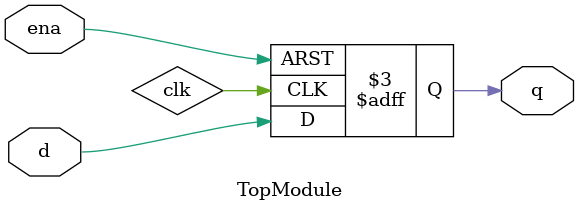
<source format=sv>

module TopModule (
  input d,
  input ena,
  output logic q
);

always @ (posedge clk or negedge ena) begin
    if (!ena) begin
        q <= 0;
    end else begin
        q <= d;
    end
end

endmodule

// VERILOG-EVAL: errant inclusion of module definition

</source>
